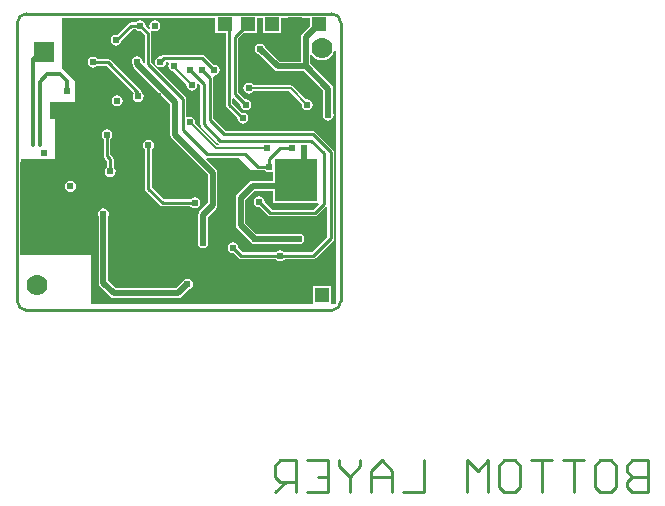
<source format=gbl>
%FSLAX23Y23*%
%MOIN*%
G70*
G01*
G75*
G04 Layer_Physical_Order=2*
G04 Layer_Color=16711680*
%ADD10O,0.024X0.080*%
%ADD11R,0.020X0.050*%
%ADD12R,0.024X0.024*%
%ADD13R,0.030X0.030*%
%ADD14R,0.030X0.030*%
%ADD15R,0.074X0.045*%
%ADD16R,0.036X0.050*%
%ADD17R,0.036X0.036*%
%ADD18R,0.075X0.043*%
%ADD19O,0.016X0.060*%
%ADD20R,0.024X0.100*%
%ADD21R,0.024X0.090*%
%ADD22R,0.070X0.024*%
%ADD23R,0.090X0.024*%
%ADD24O,0.016X0.060*%
%ADD25R,0.014X0.035*%
%ADD26R,0.025X0.030*%
%ADD27R,0.014X0.035*%
%ADD28C,0.010*%
%ADD29C,0.008*%
%ADD30C,0.012*%
%ADD31C,0.015*%
%ADD32C,0.025*%
%ADD33C,0.016*%
%ADD34C,0.020*%
%ADD35C,0.014*%
%ADD36C,0.006*%
%ADD37R,0.050X0.050*%
%ADD38C,0.070*%
%ADD39R,0.049X0.049*%
%ADD40C,0.024*%
%ADD41R,0.070X0.070*%
%ADD42R,0.140X0.140*%
%ADD43C,0.030*%
G36*
X984Y1362D02*
X958Y1337D01*
X955Y1331D01*
X954Y1325D01*
Y1244D01*
X884D01*
X836Y1292D01*
X836Y1293D01*
X832Y1299D01*
X826Y1303D01*
X819Y1304D01*
X812Y1303D01*
X806Y1299D01*
X802Y1293D01*
X801Y1286D01*
X802Y1279D01*
X806Y1273D01*
X812Y1269D01*
X813Y1269D01*
X865Y1217D01*
X871Y1213D01*
X877Y1212D01*
X963D01*
X1029Y1146D01*
Y1073D01*
X1028Y1072D01*
X1027Y1065D01*
X1028Y1058D01*
X1032Y1052D01*
X1038Y1048D01*
X1045Y1047D01*
X1052Y1048D01*
X1058Y1052D01*
X1062Y1058D01*
X1063Y1065D01*
X1062Y1072D01*
X1061Y1073D01*
Y1153D01*
X1060Y1159D01*
X1057Y1165D01*
X986Y1235D01*
Y1265D01*
X991Y1267D01*
X996Y1261D01*
X1004Y1254D01*
X1014Y1250D01*
X1025Y1249D01*
X1036Y1250D01*
X1046Y1254D01*
X1054Y1261D01*
X1061Y1269D01*
X1065Y1279D01*
X1065Y1280D01*
X1070Y1279D01*
Y435D01*
X1055D01*
Y496D01*
X993D01*
Y435D01*
X256D01*
Y599D01*
X18D01*
Y908D01*
X133D01*
Y1052D01*
X118D01*
Y1110D01*
X202D01*
Y1178D01*
X157Y1221D01*
Y1390D01*
X669D01*
Y1339D01*
X704D01*
Y1100D01*
X704Y1100D01*
X705Y1096D01*
X707Y1092D01*
X742Y1057D01*
X742Y1055D01*
X743Y1048D01*
X747Y1042D01*
X753Y1038D01*
X760Y1037D01*
X767Y1038D01*
X773Y1042D01*
X777Y1048D01*
X778Y1055D01*
X777Y1062D01*
X773Y1068D01*
X767Y1072D01*
X760Y1073D01*
X758Y1073D01*
X726Y1105D01*
Y1121D01*
X731Y1123D01*
X752Y1102D01*
X752Y1100D01*
X753Y1093D01*
X757Y1087D01*
X763Y1083D01*
X770Y1082D01*
X777Y1083D01*
X783Y1087D01*
X787Y1093D01*
X788Y1100D01*
X787Y1107D01*
X783Y1113D01*
X777Y1117D01*
X770Y1118D01*
X768Y1118D01*
X746Y1140D01*
Y1322D01*
X764Y1339D01*
X809D01*
Y1390D01*
X827D01*
Y1339D01*
X888D01*
Y1390D01*
X984D01*
Y1362D01*
D02*
G37*
%LPC*%
G36*
X186Y846D02*
X179Y845D01*
X173Y841D01*
X169Y835D01*
X168Y828D01*
X169Y821D01*
X173Y815D01*
X179Y811D01*
X186Y810D01*
X193Y811D01*
X199Y815D01*
X203Y821D01*
X204Y828D01*
X203Y835D01*
X199Y841D01*
X193Y845D01*
X186Y846D01*
D02*
G37*
G36*
X308Y1018D02*
X301Y1017D01*
X295Y1013D01*
X291Y1007D01*
X290Y1000D01*
X291Y993D01*
X295Y987D01*
X297Y986D01*
Y929D01*
X297Y929D01*
X298Y925D01*
X300Y921D01*
X308Y913D01*
Y892D01*
X306Y891D01*
X302Y885D01*
X301Y878D01*
X302Y871D01*
X306Y865D01*
X312Y861D01*
X319Y860D01*
X326Y861D01*
X332Y865D01*
X336Y871D01*
X337Y878D01*
X336Y885D01*
X332Y891D01*
X330Y892D01*
Y918D01*
X329Y922D01*
X327Y926D01*
X327Y926D01*
X319Y934D01*
Y986D01*
X321Y987D01*
X325Y993D01*
X326Y1000D01*
X325Y1007D01*
X321Y1013D01*
X315Y1017D01*
X308Y1018D01*
D02*
G37*
G36*
X296Y755D02*
X289Y754D01*
X283Y750D01*
X279Y744D01*
X278Y737D01*
X279Y730D01*
X280Y729D01*
Y507D01*
X281Y501D01*
X284Y495D01*
X319Y460D01*
X325Y457D01*
X331Y456D01*
X546D01*
X552Y457D01*
X558Y460D01*
X582Y485D01*
X583Y485D01*
X589Y489D01*
X593Y495D01*
X594Y502D01*
X593Y509D01*
X589Y515D01*
X583Y519D01*
X576Y520D01*
X569Y519D01*
X563Y515D01*
X559Y509D01*
X559Y508D01*
X539Y488D01*
X338D01*
X312Y514D01*
Y729D01*
X313Y730D01*
X314Y737D01*
X313Y744D01*
X309Y750D01*
X303Y754D01*
X296Y755D01*
D02*
G37*
G36*
X446Y984D02*
X439Y983D01*
X433Y979D01*
X429Y973D01*
X428Y966D01*
X429Y959D01*
X433Y953D01*
X435Y952D01*
Y821D01*
X435Y821D01*
X436Y817D01*
X438Y813D01*
X485Y766D01*
X485Y766D01*
X489Y764D01*
X493Y763D01*
X586D01*
X587Y761D01*
X593Y757D01*
X600Y756D01*
X607Y757D01*
X613Y761D01*
X617Y767D01*
X618Y774D01*
X617Y781D01*
X613Y787D01*
X607Y791D01*
X600Y792D01*
X593Y791D01*
X587Y787D01*
X586Y785D01*
X498D01*
X457Y826D01*
Y952D01*
X459Y953D01*
X463Y959D01*
X464Y966D01*
X463Y973D01*
X459Y979D01*
X453Y983D01*
X446Y984D01*
D02*
G37*
G36*
X261Y1260D02*
X254Y1259D01*
X248Y1255D01*
X244Y1249D01*
X243Y1242D01*
X244Y1235D01*
X248Y1229D01*
X254Y1225D01*
X261Y1224D01*
X268Y1225D01*
X274Y1229D01*
X275Y1231D01*
X306D01*
X398Y1139D01*
X395Y1135D01*
X394Y1128D01*
X395Y1121D01*
X399Y1115D01*
X405Y1111D01*
X412Y1110D01*
X419Y1111D01*
X425Y1115D01*
X429Y1121D01*
X430Y1128D01*
X429Y1135D01*
X425Y1141D01*
X423Y1142D01*
X422Y1145D01*
X420Y1149D01*
X420Y1149D01*
X319Y1250D01*
X315Y1252D01*
X311Y1253D01*
X311Y1253D01*
X275D01*
X274Y1255D01*
X268Y1259D01*
X261Y1260D01*
D02*
G37*
G36*
X467Y1382D02*
X460Y1381D01*
X454Y1377D01*
X450Y1371D01*
X449Y1364D01*
X450Y1357D01*
X452Y1354D01*
X448Y1350D01*
X437Y1362D01*
X437Y1364D01*
X436Y1371D01*
X432Y1377D01*
X426Y1381D01*
X419Y1382D01*
X412Y1381D01*
X406Y1377D01*
X405Y1375D01*
X388D01*
X388Y1375D01*
X384Y1374D01*
X380Y1372D01*
X380Y1372D01*
X341Y1333D01*
X339Y1333D01*
X332Y1332D01*
X326Y1328D01*
X322Y1322D01*
X321Y1315D01*
X322Y1308D01*
X326Y1302D01*
X332Y1298D01*
X339Y1297D01*
X346Y1298D01*
X352Y1302D01*
X356Y1308D01*
X357Y1315D01*
X357Y1317D01*
X393Y1353D01*
X405D01*
X406Y1351D01*
X412Y1347D01*
X419Y1346D01*
X421Y1346D01*
X434Y1333D01*
Y1241D01*
X431Y1240D01*
X427Y1243D01*
X427Y1244D01*
X426Y1251D01*
X422Y1257D01*
X416Y1261D01*
X409Y1262D01*
X402Y1261D01*
X396Y1257D01*
X392Y1251D01*
X391Y1244D01*
X392Y1237D01*
X393Y1236D01*
Y1236D01*
X394Y1230D01*
X397Y1224D01*
X519Y1103D01*
Y999D01*
X519Y999D01*
X519D01*
X520Y993D01*
X523Y988D01*
X644Y867D01*
Y772D01*
X616Y745D01*
X613Y739D01*
X612Y733D01*
Y648D01*
X611Y647D01*
X610Y640D01*
X611Y633D01*
X615Y627D01*
X621Y623D01*
X628Y622D01*
X635Y623D01*
X641Y627D01*
X645Y633D01*
X646Y640D01*
X645Y647D01*
X644Y648D01*
Y726D01*
X672Y753D01*
X675Y759D01*
X676Y765D01*
Y874D01*
X675Y880D01*
X672Y886D01*
X639Y918D01*
X640Y924D01*
X640Y924D01*
X745D01*
X783Y886D01*
X783Y886D01*
X787Y884D01*
X791Y883D01*
X791Y883D01*
X835D01*
X836Y881D01*
X842Y877D01*
X849Y876D01*
X856Y877D01*
X858Y878D01*
X862Y876D01*
Y846D01*
X793D01*
X787Y845D01*
X781Y842D01*
X741Y802D01*
X738Y796D01*
X737Y790D01*
Y700D01*
X738Y694D01*
X741Y688D01*
X783Y647D01*
X783Y646D01*
X787Y640D01*
X793Y636D01*
X800Y635D01*
X807Y636D01*
X808Y637D01*
X940D01*
X941Y636D01*
X948Y635D01*
X955Y636D01*
X961Y640D01*
X965Y646D01*
X966Y653D01*
X965Y660D01*
X961Y666D01*
X955Y670D01*
X948Y671D01*
X941Y670D01*
X940Y669D01*
X808D01*
X807Y670D01*
X806Y670D01*
X769Y707D01*
Y783D01*
X800Y814D01*
X862D01*
Y774D01*
X1012D01*
X1014Y769D01*
X995Y751D01*
X857D01*
X833Y775D01*
X833Y777D01*
X832Y784D01*
X828Y790D01*
X822Y794D01*
X815Y795D01*
X808Y794D01*
X802Y790D01*
X798Y784D01*
X797Y777D01*
X798Y770D01*
X802Y764D01*
X808Y760D01*
X815Y759D01*
X817Y759D01*
X844Y732D01*
X848Y730D01*
X852Y729D01*
X852Y729D01*
X1000D01*
X1000Y729D01*
X1004Y730D01*
X1008Y732D01*
X1037Y761D01*
X1042Y759D01*
Y660D01*
X990Y608D01*
X900D01*
X898Y610D01*
X892Y614D01*
X885Y615D01*
X878Y614D01*
X872Y610D01*
X871Y608D01*
X760D01*
X746Y622D01*
X746Y624D01*
X745Y631D01*
X741Y637D01*
X735Y641D01*
X728Y642D01*
X721Y641D01*
X715Y637D01*
X711Y631D01*
X710Y624D01*
X711Y617D01*
X715Y611D01*
X721Y607D01*
X728Y606D01*
X730Y606D01*
X747Y589D01*
X747Y589D01*
X751Y586D01*
Y586D01*
X751Y586D01*
D01*
D01*
D01*
X751D01*
Y586D01*
D01*
X751Y586D01*
X751Y586D01*
X755Y585D01*
X755Y585D01*
X871D01*
X872Y584D01*
X878Y580D01*
X885Y578D01*
X892Y580D01*
X898Y584D01*
X900Y585D01*
X995D01*
X995Y585D01*
X999Y586D01*
X1003Y589D01*
X1061Y647D01*
X1061Y647D01*
X1063Y651D01*
D01*
D01*
D01*
Y651D01*
X1063D01*
D01*
D01*
D01*
D01*
X1063D01*
D01*
D01*
D01*
D01*
Y651D01*
X1063D01*
D01*
Y651D01*
D01*
D01*
D01*
D01*
D01*
D01*
D01*
D01*
D01*
D01*
D01*
D01*
Y651D01*
D01*
X1063D01*
D01*
D01*
D01*
D01*
X1063Y651D01*
X1064Y655D01*
X1064Y655D01*
Y942D01*
X1064Y942D01*
X1063Y946D01*
X1063D01*
D01*
D01*
X1063Y946D01*
D01*
D01*
D01*
D01*
X1063Y946D01*
D01*
D01*
Y946D01*
D01*
X1063D01*
D01*
D01*
X1063D01*
D01*
D01*
X1061Y950D01*
X1061Y950D01*
X1001Y1010D01*
X998Y1012D01*
X993Y1013D01*
X993Y1013D01*
X703D01*
X661Y1055D01*
Y1190D01*
X661Y1193D01*
X664Y1197D01*
X664Y1197D01*
X665Y1197D01*
X672Y1198D01*
X678Y1202D01*
X682Y1208D01*
X683Y1215D01*
X682Y1222D01*
X678Y1228D01*
X672Y1232D01*
X665Y1233D01*
X663Y1233D01*
X633Y1263D01*
X629Y1265D01*
X625Y1266D01*
X625Y1266D01*
X497D01*
X493Y1265D01*
X489Y1263D01*
X489Y1263D01*
X488Y1262D01*
X486Y1262D01*
X479Y1261D01*
X473Y1257D01*
X469Y1251D01*
X468Y1244D01*
X469Y1237D01*
X473Y1231D01*
X479Y1227D01*
X486Y1226D01*
X493Y1227D01*
X499Y1231D01*
X503Y1237D01*
X504Y1244D01*
X512D01*
X515Y1239D01*
X513Y1237D01*
X512Y1230D01*
X513Y1223D01*
X517Y1217D01*
X523Y1213D01*
X529Y1212D01*
X572Y1168D01*
X572Y1165D01*
X573Y1158D01*
X577Y1152D01*
X583Y1148D01*
X590Y1147D01*
X597Y1148D01*
X603Y1152D01*
X607Y1158D01*
X608Y1165D01*
X607Y1171D01*
X612Y1173D01*
X619Y1166D01*
Y1035D01*
X619Y1035D01*
X620Y1031D01*
X622Y1027D01*
X676Y973D01*
X680Y970D01*
X681Y970D01*
X681Y965D01*
X674D01*
X601Y1038D01*
X602Y1042D01*
X600Y1049D01*
X596Y1055D01*
X590Y1059D01*
X583Y1060D01*
X576Y1059D01*
X576Y1058D01*
X571Y1061D01*
Y1121D01*
X571Y1121D01*
X570Y1125D01*
X570D01*
D01*
D01*
X570Y1125D01*
D01*
D01*
D01*
D01*
X570Y1125D01*
D01*
D01*
Y1125D01*
D01*
X570D01*
D01*
D01*
X570D01*
D01*
D01*
X568Y1129D01*
X568Y1129D01*
X456Y1241D01*
Y1338D01*
X456Y1338D01*
X455Y1342D01*
X455D01*
D01*
D01*
X455Y1342D01*
D01*
D01*
D01*
D01*
X455Y1342D01*
D01*
D01*
Y1342D01*
D01*
X455D01*
D01*
D01*
X455D01*
D01*
D01*
X453Y1346D01*
X457Y1349D01*
X460Y1347D01*
X467Y1346D01*
X474Y1347D01*
X480Y1351D01*
X484Y1357D01*
X485Y1364D01*
X484Y1371D01*
X480Y1377D01*
X474Y1381D01*
X467Y1382D01*
D02*
G37*
G36*
X780Y1173D02*
X773Y1172D01*
X767Y1168D01*
X763Y1162D01*
X762Y1155D01*
X763Y1148D01*
X767Y1142D01*
X773Y1138D01*
X780Y1137D01*
X787Y1138D01*
X793Y1142D01*
X795Y1145D01*
X916D01*
X957Y1103D01*
X957Y1100D01*
X958Y1093D01*
X962Y1087D01*
X968Y1083D01*
X975Y1082D01*
X982Y1083D01*
X988Y1087D01*
X992Y1093D01*
X993Y1100D01*
X992Y1107D01*
X988Y1113D01*
X982Y1117D01*
X975Y1118D01*
X972Y1118D01*
X927Y1162D01*
X924Y1164D01*
X920Y1165D01*
X795D01*
X793Y1168D01*
X787Y1172D01*
X780Y1173D01*
D02*
G37*
G36*
X342Y1132D02*
X335Y1131D01*
X329Y1127D01*
X325Y1121D01*
X324Y1114D01*
X325Y1107D01*
X329Y1101D01*
X335Y1097D01*
X342Y1096D01*
X349Y1097D01*
X355Y1101D01*
X359Y1107D01*
X360Y1114D01*
X359Y1121D01*
X355Y1127D01*
X349Y1131D01*
X342Y1132D01*
D02*
G37*
%LPD*%
D28*
X446Y821D02*
Y966D01*
Y821D02*
X493Y774D01*
X600D01*
X308Y929D02*
Y1000D01*
Y929D02*
X319Y918D01*
Y878D02*
Y918D01*
X585Y1215D02*
X585D01*
X995Y597D02*
X1053Y655D01*
X728Y624D02*
X755Y597D01*
X625Y1215D02*
X650Y1190D01*
Y1050D02*
Y1190D01*
Y1050D02*
X698Y1002D01*
X849Y921D02*
X883Y955D01*
X925D01*
X849Y894D02*
Y921D01*
X852Y740D02*
X1000D01*
X815Y777D02*
X852Y740D01*
X700Y1370D02*
X715Y1355D01*
X735Y1326D02*
X779Y1370D01*
X445Y1236D02*
Y1338D01*
X698Y1002D02*
X993D01*
X560Y1015D02*
Y1121D01*
Y1015D02*
X640Y935D01*
X445Y1236D02*
X560Y1121D01*
X630Y1035D02*
Y1170D01*
Y1035D02*
X684Y981D01*
X585Y1215D02*
X630Y1170D01*
X755Y597D02*
X995D01*
X993Y1002D02*
X1053Y942D01*
Y655D02*
Y942D01*
X989Y981D02*
X1030Y940D01*
Y770D02*
Y940D01*
X1000Y740D02*
X1030Y770D01*
X684Y981D02*
X989D01*
X735Y1135D02*
X770Y1100D01*
X735Y1135D02*
Y1326D01*
X715Y1100D02*
X760Y1055D01*
X715Y1100D02*
Y1355D01*
X625Y1255D02*
X665Y1215D01*
X486Y1244D02*
X497Y1255D01*
X625D01*
X419Y1364D02*
X445Y1338D01*
X388Y1364D02*
X419D01*
X339Y1315D02*
X388Y1364D01*
X412Y1128D02*
Y1141D01*
X261Y1242D02*
X311D01*
X412Y1141D01*
X769Y935D02*
X810Y894D01*
X849D01*
X640Y935D02*
X769D01*
X2112Y-85D02*
Y-192D01*
X2059D01*
X2041Y-174D01*
Y-156D01*
X2059Y-139D01*
X2112D01*
X2059D01*
X2041Y-121D01*
Y-103D01*
X2059Y-85D01*
X2112D01*
X1952D02*
X1988D01*
X2005Y-103D01*
Y-174D01*
X1988Y-192D01*
X1952D01*
X1934Y-174D01*
Y-103D01*
X1952Y-85D01*
X1899D02*
X1828D01*
X1863D01*
Y-192D01*
X1792Y-85D02*
X1721D01*
X1757D01*
Y-192D01*
X1632Y-85D02*
X1668D01*
X1685Y-103D01*
Y-174D01*
X1668Y-192D01*
X1632D01*
X1614Y-174D01*
Y-103D01*
X1632Y-85D01*
X1579Y-192D02*
Y-85D01*
X1543Y-121D01*
X1508Y-85D01*
Y-192D01*
X1366Y-85D02*
Y-192D01*
X1294D01*
X1259D02*
Y-121D01*
X1223Y-85D01*
X1188Y-121D01*
Y-192D01*
Y-139D01*
X1259D01*
X1152Y-85D02*
Y-103D01*
X1117Y-139D01*
X1081Y-103D01*
Y-85D01*
X1117Y-139D02*
Y-192D01*
X975Y-85D02*
X1046D01*
Y-192D01*
X975D01*
X1046Y-139D02*
X1010D01*
X939Y-192D02*
Y-85D01*
X886D01*
X868Y-103D01*
Y-139D01*
X886Y-156D01*
X939D01*
X904D02*
X868Y-192D01*
X1057Y415D02*
G03*
X1087Y445I0J30D01*
G01*
Y1374D02*
G03*
X1057Y1404I-30J0D01*
G01*
X39D02*
G03*
X9Y1374I0J-30D01*
G01*
Y445D02*
G03*
X39Y415I30J0D01*
G01*
Y1404D02*
X1057D01*
X1087Y445D02*
Y1374D01*
X39Y415D02*
X1057D01*
X9Y445D02*
Y1374D01*
D29*
X583Y1042D02*
X670Y955D01*
X840D01*
X530Y1225D02*
Y1230D01*
Y1225D02*
X590Y1165D01*
X780Y1155D02*
X920D01*
X975Y1100D01*
D34*
X331Y472D02*
X546D01*
X576Y502D01*
X296Y507D02*
X331Y472D01*
X296Y507D02*
Y737D01*
X800Y653D02*
X948D01*
X753Y700D02*
X800Y653D01*
X753Y700D02*
Y790D01*
X793Y830D01*
X918D01*
X965Y877D02*
Y955D01*
X918Y830D02*
X965Y877D01*
X1045Y1065D02*
Y1153D01*
X970Y1325D02*
X1015Y1370D01*
X970Y1228D02*
Y1325D01*
X877Y1228D02*
X970D01*
X819Y1286D02*
X877Y1228D01*
X970D02*
X1045Y1153D01*
X628Y733D02*
X660Y765D01*
X628Y640D02*
Y733D01*
X409Y1236D02*
Y1244D01*
X535Y999D02*
Y1110D01*
X409Y1236D02*
X535Y1110D01*
X660Y765D02*
Y874D01*
X535Y999D02*
X660Y874D01*
D35*
X174Y1147D02*
Y1178D01*
X150Y1202D02*
X174Y1178D01*
X109Y1202D02*
X150D01*
X84Y967D02*
Y1177D01*
X109Y1202D01*
X61Y967D02*
Y1253D01*
X83Y1275D01*
X98D01*
D37*
X1024Y465D02*
D03*
D38*
X1026Y550D02*
D03*
X76Y501D02*
D03*
X98Y1275D02*
D03*
X1025Y1290D02*
D03*
D39*
X1015Y1370D02*
D03*
X936D02*
D03*
X857D02*
D03*
X779D02*
D03*
X700D02*
D03*
D40*
X186Y828D02*
D03*
X342Y1114D02*
D03*
X576Y502D02*
D03*
X948Y653D02*
D03*
X620Y870D02*
D03*
X815Y777D02*
D03*
X486Y1244D02*
D03*
X885Y522D02*
D03*
X806Y548D02*
D03*
X471Y690D02*
D03*
X151Y651D02*
D03*
X728Y624D02*
D03*
X885Y597D02*
D03*
X470Y527D02*
D03*
X566Y583D02*
D03*
X257Y870D02*
D03*
X308Y1000D02*
D03*
X282Y1175D02*
D03*
X261Y1242D02*
D03*
X174Y1147D02*
D03*
X141Y1092D02*
D03*
X186Y1246D02*
D03*
X99Y939D02*
D03*
X89Y754D02*
D03*
X566Y741D02*
D03*
X412Y1128D02*
D03*
X477D02*
D03*
X339Y1315D02*
D03*
X678Y653D02*
D03*
X800D02*
D03*
X296Y737D02*
D03*
X319Y878D02*
D03*
X766Y861D02*
D03*
X600Y774D02*
D03*
X446Y966D02*
D03*
X409Y1244D02*
D03*
X849Y894D02*
D03*
X1028Y720D02*
D03*
X467Y1364D02*
D03*
X419D02*
D03*
X585Y1215D02*
D03*
X625D02*
D03*
X583Y1042D02*
D03*
X371Y808D02*
D03*
X925Y955D02*
D03*
X840D02*
D03*
X965D02*
D03*
X760Y1055D02*
D03*
X770Y1100D02*
D03*
X590Y1165D02*
D03*
X819Y1286D02*
D03*
X1045Y1065D02*
D03*
X530Y1230D02*
D03*
X1013Y1100D02*
D03*
X780Y1155D02*
D03*
X975Y1100D02*
D03*
X628Y640D02*
D03*
X665Y1215D02*
D03*
X940Y1190D02*
D03*
D41*
X98Y1275D02*
D03*
D42*
X938Y850D02*
D03*
X92D02*
D03*
D43*
X941Y522D02*
X969Y550D01*
X885Y522D02*
X941D01*
X969Y550D02*
X1026D01*
M02*

</source>
